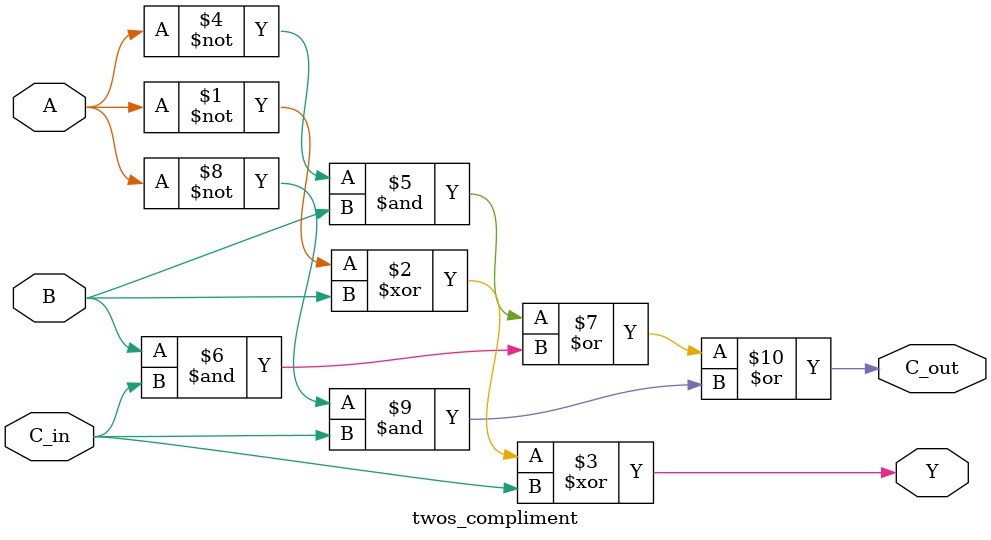
<source format=v>
module twos_compliment (

    input A, B, C_in,
    output Y, C_out
);
    
    assign Y = ~A ^ B ^ C_in;
    assign C_out = (~A&B) | (B&C_in) | (~A&C_in);


endmodule

</source>
